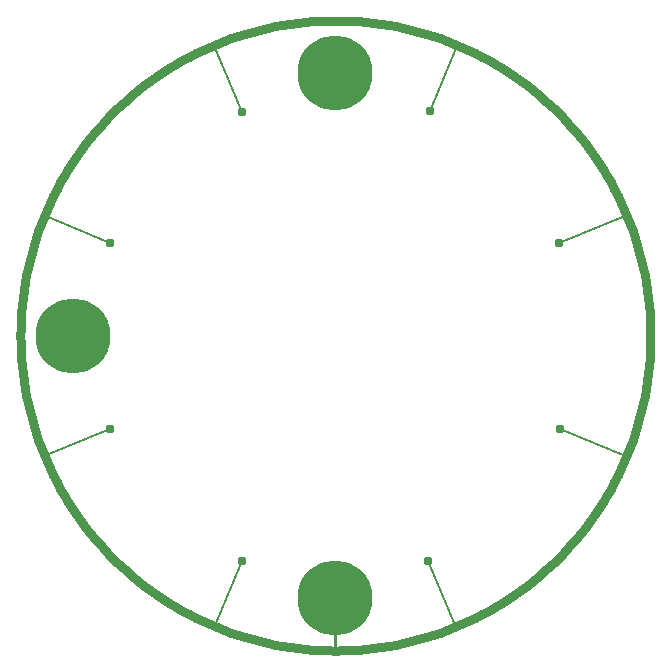
<source format=gbl>
G75*
%MOIN*%
%OFA0B0*%
%FSLAX25Y25*%
%IPPOS*%
%LPD*%
%AMOC8*
5,1,8,0,0,1.08239X$1,22.5*
%
%ADD10C,0.25000*%
%ADD11C,0.03000*%
%ADD12C,0.03100*%
%ADD13C,0.00600*%
%ADD14C,0.01000*%
D10*
X0098750Y0186250D03*
X0186250Y0098750D03*
X0186250Y0273750D03*
D11*
X0186250Y0291250D02*
X0183713Y0291219D01*
X0181177Y0291127D01*
X0178644Y0290974D01*
X0176116Y0290760D01*
X0173594Y0290484D01*
X0171079Y0290148D01*
X0168573Y0289751D01*
X0166077Y0289294D01*
X0163593Y0288776D01*
X0161122Y0288199D01*
X0158666Y0287562D01*
X0156226Y0286866D01*
X0153803Y0286111D01*
X0151400Y0285298D01*
X0149016Y0284427D01*
X0146655Y0283498D01*
X0144317Y0282513D01*
X0142003Y0281472D01*
X0139715Y0280375D01*
X0137454Y0279223D01*
X0135222Y0278017D01*
X0133019Y0276757D01*
X0130848Y0275444D01*
X0128709Y0274079D01*
X0126603Y0272663D01*
X0124533Y0271197D01*
X0122498Y0269681D01*
X0120501Y0268116D01*
X0118542Y0266503D01*
X0116622Y0264844D01*
X0114743Y0263138D01*
X0112906Y0261388D01*
X0111112Y0259594D01*
X0109362Y0257757D01*
X0107656Y0255878D01*
X0105997Y0253958D01*
X0104384Y0251999D01*
X0102819Y0250002D01*
X0101303Y0247967D01*
X0099837Y0245897D01*
X0098421Y0243791D01*
X0097056Y0241652D01*
X0095743Y0239481D01*
X0094483Y0237278D01*
X0093277Y0235046D01*
X0092125Y0232785D01*
X0091028Y0230497D01*
X0089987Y0228183D01*
X0089002Y0225845D01*
X0088073Y0223484D01*
X0087202Y0221100D01*
X0086389Y0218697D01*
X0085634Y0216274D01*
X0084938Y0213834D01*
X0084301Y0211378D01*
X0083724Y0208907D01*
X0083206Y0206423D01*
X0082749Y0203927D01*
X0082352Y0201421D01*
X0082016Y0198906D01*
X0081740Y0196384D01*
X0081526Y0193856D01*
X0081373Y0191323D01*
X0081281Y0188787D01*
X0081250Y0186250D01*
X0081281Y0183713D01*
X0081373Y0181177D01*
X0081526Y0178644D01*
X0081740Y0176116D01*
X0082016Y0173594D01*
X0082352Y0171079D01*
X0082749Y0168573D01*
X0083206Y0166077D01*
X0083724Y0163593D01*
X0084301Y0161122D01*
X0084938Y0158666D01*
X0085634Y0156226D01*
X0086389Y0153803D01*
X0087202Y0151400D01*
X0088073Y0149016D01*
X0089002Y0146655D01*
X0089987Y0144317D01*
X0091028Y0142003D01*
X0092125Y0139715D01*
X0093277Y0137454D01*
X0094483Y0135222D01*
X0095743Y0133019D01*
X0097056Y0130848D01*
X0098421Y0128709D01*
X0099837Y0126603D01*
X0101303Y0124533D01*
X0102819Y0122498D01*
X0104384Y0120501D01*
X0105997Y0118542D01*
X0107656Y0116622D01*
X0109362Y0114743D01*
X0111112Y0112906D01*
X0112906Y0111112D01*
X0114743Y0109362D01*
X0116622Y0107656D01*
X0118542Y0105997D01*
X0120501Y0104384D01*
X0122498Y0102819D01*
X0124533Y0101303D01*
X0126603Y0099837D01*
X0128709Y0098421D01*
X0130848Y0097056D01*
X0133019Y0095743D01*
X0135222Y0094483D01*
X0137454Y0093277D01*
X0139715Y0092125D01*
X0142003Y0091028D01*
X0144317Y0089987D01*
X0146655Y0089002D01*
X0149016Y0088073D01*
X0151400Y0087202D01*
X0153803Y0086389D01*
X0156226Y0085634D01*
X0158666Y0084938D01*
X0161122Y0084301D01*
X0163593Y0083724D01*
X0166077Y0083206D01*
X0168573Y0082749D01*
X0171079Y0082352D01*
X0173594Y0082016D01*
X0176116Y0081740D01*
X0178644Y0081526D01*
X0181177Y0081373D01*
X0183713Y0081281D01*
X0186250Y0081250D01*
X0188787Y0081281D01*
X0191323Y0081373D01*
X0193856Y0081526D01*
X0196384Y0081740D01*
X0198906Y0082016D01*
X0201421Y0082352D01*
X0203927Y0082749D01*
X0206423Y0083206D01*
X0208907Y0083724D01*
X0211378Y0084301D01*
X0213834Y0084938D01*
X0216274Y0085634D01*
X0218697Y0086389D01*
X0221100Y0087202D01*
X0223484Y0088073D01*
X0225845Y0089002D01*
X0228183Y0089987D01*
X0230497Y0091028D01*
X0232785Y0092125D01*
X0235046Y0093277D01*
X0237278Y0094483D01*
X0239481Y0095743D01*
X0241652Y0097056D01*
X0243791Y0098421D01*
X0245897Y0099837D01*
X0247967Y0101303D01*
X0250002Y0102819D01*
X0251999Y0104384D01*
X0253958Y0105997D01*
X0255878Y0107656D01*
X0257757Y0109362D01*
X0259594Y0111112D01*
X0261388Y0112906D01*
X0263138Y0114743D01*
X0264844Y0116622D01*
X0266503Y0118542D01*
X0268116Y0120501D01*
X0269681Y0122498D01*
X0271197Y0124533D01*
X0272663Y0126603D01*
X0274079Y0128709D01*
X0275444Y0130848D01*
X0276757Y0133019D01*
X0278017Y0135222D01*
X0279223Y0137454D01*
X0280375Y0139715D01*
X0281472Y0142003D01*
X0282513Y0144317D01*
X0283498Y0146655D01*
X0284427Y0149016D01*
X0285298Y0151400D01*
X0286111Y0153803D01*
X0286866Y0156226D01*
X0287562Y0158666D01*
X0288199Y0161122D01*
X0288776Y0163593D01*
X0289294Y0166077D01*
X0289751Y0168573D01*
X0290148Y0171079D01*
X0290484Y0173594D01*
X0290760Y0176116D01*
X0290974Y0178644D01*
X0291127Y0181177D01*
X0291219Y0183713D01*
X0291250Y0186250D01*
X0291219Y0188787D01*
X0291127Y0191323D01*
X0290974Y0193856D01*
X0290760Y0196384D01*
X0290484Y0198906D01*
X0290148Y0201421D01*
X0289751Y0203927D01*
X0289294Y0206423D01*
X0288776Y0208907D01*
X0288199Y0211378D01*
X0287562Y0213834D01*
X0286866Y0216274D01*
X0286111Y0218697D01*
X0285298Y0221100D01*
X0284427Y0223484D01*
X0283498Y0225845D01*
X0282513Y0228183D01*
X0281472Y0230497D01*
X0280375Y0232785D01*
X0279223Y0235046D01*
X0278017Y0237278D01*
X0276757Y0239481D01*
X0275444Y0241652D01*
X0274079Y0243791D01*
X0272663Y0245897D01*
X0271197Y0247967D01*
X0269681Y0250002D01*
X0268116Y0251999D01*
X0266503Y0253958D01*
X0264844Y0255878D01*
X0263138Y0257757D01*
X0261388Y0259594D01*
X0259594Y0261388D01*
X0257757Y0263138D01*
X0255878Y0264844D01*
X0253958Y0266503D01*
X0251999Y0268116D01*
X0250002Y0269681D01*
X0247967Y0271197D01*
X0245897Y0272663D01*
X0243791Y0274079D01*
X0241652Y0275444D01*
X0239481Y0276757D01*
X0237278Y0278017D01*
X0235046Y0279223D01*
X0232785Y0280375D01*
X0230497Y0281472D01*
X0228183Y0282513D01*
X0225845Y0283498D01*
X0223484Y0284427D01*
X0221100Y0285298D01*
X0218697Y0286111D01*
X0216274Y0286866D01*
X0213834Y0287562D01*
X0211378Y0288199D01*
X0208907Y0288776D01*
X0206423Y0289294D01*
X0203927Y0289751D01*
X0201421Y0290148D01*
X0198906Y0290484D01*
X0196384Y0290760D01*
X0193856Y0290974D01*
X0191323Y0291127D01*
X0188787Y0291219D01*
X0186250Y0291250D01*
D12*
X0217750Y0261250D03*
X0260750Y0217250D03*
X0261250Y0155250D03*
X0217250Y0111250D03*
X0155250Y0111250D03*
X0111250Y0155250D03*
X0111250Y0217250D03*
X0155250Y0260750D03*
D13*
X0155250Y0111250D02*
X0145750Y0088750D01*
X0111250Y0155250D02*
X0089250Y0146250D01*
X0111250Y0217250D02*
X0089750Y0226250D01*
X0155250Y0260750D02*
X0146250Y0282250D01*
X0217750Y0261250D02*
X0226750Y0282750D01*
X0260750Y0217250D02*
X0282750Y0226250D01*
X0261250Y0155250D02*
X0283750Y0145750D01*
X0217250Y0111250D02*
X0226250Y0089750D01*
D14*
X0186250Y0081250D02*
X0186250Y0098750D01*
M02*

</source>
